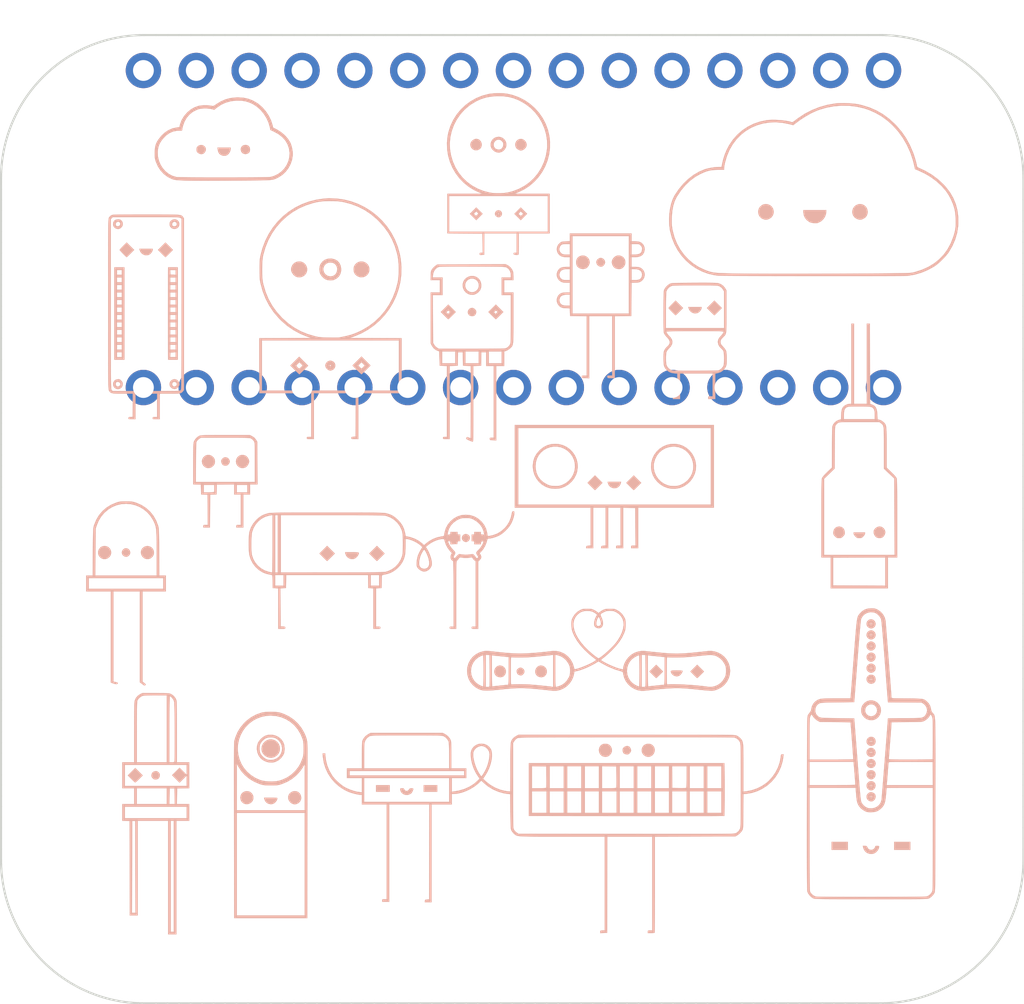
<source format=kicad_pcb>
(kicad_pcb (version 20171130) (host pcbnew 5.1.4-e60b266~84~ubuntu18.04.1)
  (title_block (rev 1))
  (layers (0 Front signal) (31 Back signal) (34 B.Paste user) (35 F.Paste user) (36 B.SilkS user) (37 F.SilkS user) (38 B.Mask user) (39 F.Mask user) (44 Edge.Cuts user))
  (net 0 "")
  (module Nano_Shield:Shield_01 (layer Back) (at 193.675 132.08 180)
    (fp_text reference Ref** hide)
    (fp_text value Val** hide)
    (fp_line (start -17.721823 23.292929) (end -17.60257 23.293679) (layer Edge.Cuts) (width 0.1))
    (fp_line (start -17.899665 23.287707) (end -17.721823 23.292929) (layer Edge.Cuts) (width 0.1))
    (fp_line (start -18.076326 23.278066) (end -17.899665 23.287707) (layer Edge.Cuts) (width 0.1))
    (fp_line (start -18.251755 23.26406) (end -18.076326 23.278066) (layer Edge.Cuts) (width 0.1))
    (fp_line (start -18.425896 23.245743) (end -18.251755 23.26406) (layer Edge.Cuts) (width 0.1))
    (fp_line (start -18.598697 23.223168) (end -18.425896 23.245743) (layer Edge.Cuts) (width 0.1))
    (fp_line (start -18.770104 23.196389) (end -18.598697 23.223168) (layer Edge.Cuts) (width 0.1))
    (fp_line (start -18.940064 23.165458) (end -18.770104 23.196389) (layer Edge.Cuts) (width 0.1))
    (fp_line (start -19.108524 23.130429) (end -18.940064 23.165458) (layer Edge.Cuts) (width 0.1))
    (fp_line (start -19.275428 23.091356) (end -19.108524 23.130429) (layer Edge.Cuts) (width 0.1))
    (fp_line (start -19.440726 23.048291) (end -19.275428 23.091356) (layer Edge.Cuts) (width 0.1))
    (fp_line (start -19.604363 23.001289) (end -19.440726 23.048291) (layer Edge.Cuts) (width 0.1))
    (fp_line (start -19.766287 22.950401) (end -19.604363 23.001289) (layer Edge.Cuts) (width 0.1))
    (fp_line (start -19.926443 22.895684) (end -19.766287 22.950401) (layer Edge.Cuts) (width 0.1))
    (fp_line (start -20.084777 22.837188) (end -19.926443 22.895684) (layer Edge.Cuts) (width 0.1))
    (fp_line (start -20.241239 22.774968) (end -20.084777 22.837188) (layer Edge.Cuts) (width 0.1))
    (fp_line (start -20.395772 22.709077) (end -20.241239 22.774968) (layer Edge.Cuts) (width 0.1))
    (fp_line (start -20.548324 22.63957) (end -20.395772 22.709077) (layer Edge.Cuts) (width 0.1))
    (fp_line (start -20.698842 22.566497) (end -20.548324 22.63957) (layer Edge.Cuts) (width 0.1))
    (fp_line (start -20.847273 22.489913) (end -20.698842 22.566497) (layer Edge.Cuts) (width 0.1))
    (fp_line (start -20.993562 22.409872) (end -20.847273 22.489913) (layer Edge.Cuts) (width 0.1))
    (fp_line (start -21.137658 22.326427) (end -20.993562 22.409872) (layer Edge.Cuts) (width 0.1))
    (fp_line (start -21.279505 22.239631) (end -21.137658 22.326427) (layer Edge.Cuts) (width 0.1))
    (fp_line (start -21.419052 22.149538) (end -21.279505 22.239631) (layer Edge.Cuts) (width 0.1))
    (fp_line (start -21.556243 22.056201) (end -21.419052 22.149538) (layer Edge.Cuts) (width 0.1))
    (fp_line (start -21.691027 21.959673) (end -21.556243 22.056201) (layer Edge.Cuts) (width 0.1))
    (fp_line (start -21.82335 21.860009) (end -21.691027 21.959673) (layer Edge.Cuts) (width 0.1))
    (fp_line (start -21.953158 21.75726) (end -21.82335 21.860009) (layer Edge.Cuts) (width 0.1))
    (fp_line (start -22.080398 21.651481) (end -21.953158 21.75726) (layer Edge.Cuts) (width 0.1))
    (fp_line (start -22.205016 21.542724) (end -22.080398 21.651481) (layer Edge.Cuts) (width 0.1))
    (fp_line (start -22.326961 21.431044) (end -22.205016 21.542724) (layer Edge.Cuts) (width 0.1))
    (fp_line (start -22.446177 21.316493) (end -22.326961 21.431044) (layer Edge.Cuts) (width 0.1))
    (fp_line (start -22.562611 21.199126) (end -22.446177 21.316493) (layer Edge.Cuts) (width 0.1))
    (fp_line (start -22.676211 21.078995) (end -22.562611 21.199126) (layer Edge.Cuts) (width 0.1))
    (fp_line (start -22.786922 20.956153) (end -22.676211 21.078995) (layer Edge.Cuts) (width 0.1))
    (fp_line (start -22.894693 20.830655) (end -22.786922 20.956153) (layer Edge.Cuts) (width 0.1))
    (fp_line (start -22.999468 20.702552) (end -22.894693 20.830655) (layer Edge.Cuts) (width 0.1))
    (fp_line (start -23.101195 20.5719) (end -22.999468 20.702552) (layer Edge.Cuts) (width 0.1))
    (fp_line (start -23.199819 20.438752) (end -23.101195 20.5719) (layer Edge.Cuts) (width 0.1))
    (fp_line (start -23.29529 20.303158) (end -23.199819 20.438752) (layer Edge.Cuts) (width 0.1))
    (fp_line (start -23.387551 20.165176) (end -23.29529 20.303158) (layer Edge.Cuts) (width 0.1))
    (fp_line (start -23.476551 20.024857) (end -23.387551 20.165176) (layer Edge.Cuts) (width 0.1))
    (fp_line (start -23.562236 19.882255) (end -23.476551 20.024857) (layer Edge.Cuts) (width 0.1))
    (fp_line (start -23.644553 19.737422) (end -23.562236 19.882255) (layer Edge.Cuts) (width 0.1))
    (fp_line (start -23.723447 19.590413) (end -23.644553 19.737422) (layer Edge.Cuts) (width 0.1))
    (fp_line (start -23.798866 19.441281) (end -23.723447 19.590413) (layer Edge.Cuts) (width 0.1))
    (fp_line (start -23.870757 19.290078) (end -23.798866 19.441281) (layer Edge.Cuts) (width 0.1))
    (fp_line (start -23.939065 19.136859) (end -23.870757 19.290078) (layer Edge.Cuts) (width 0.1))
    (fp_line (start -24.003738 18.981678) (end -23.939065 19.136859) (layer Edge.Cuts) (width 0.1))
    (fp_line (start -24.064722 18.824587) (end -24.003738 18.981678) (layer Edge.Cuts) (width 0.1))
    (fp_line (start -24.121965 18.665638) (end -24.064722 18.824587) (layer Edge.Cuts) (width 0.1))
    (fp_line (start -24.175411 18.504888) (end -24.121965 18.665638) (layer Edge.Cuts) (width 0.1))
    (fp_line (start -24.225009 18.342387) (end -24.175411 18.504888) (layer Edge.Cuts) (width 0.1))
    (fp_line (start -24.270705 18.178191) (end -24.225009 18.342387) (layer Edge.Cuts) (width 0.1))
    (fp_line (start -24.312445 18.01235) (end -24.270705 18.178191) (layer Edge.Cuts) (width 0.1))
    (fp_line (start -24.350176 17.844921) (end -24.312445 18.01235) (layer Edge.Cuts) (width 0.1))
    (fp_line (start -24.383845 17.675956) (end -24.350176 17.844921) (layer Edge.Cuts) (width 0.1))
    (fp_line (start -24.413398 17.505508) (end -24.383845 17.675956) (layer Edge.Cuts) (width 0.1))
    (fp_line (start -24.438782 17.333631) (end -24.413398 17.505508) (layer Edge.Cuts) (width 0.1))
    (fp_line (start -24.459944 17.160377) (end -24.438782 17.333631) (layer Edge.Cuts) (width 0.1))
    (fp_line (start -24.476829 16.985801) (end -24.459944 17.160377) (layer Edge.Cuts) (width 0.1))
    (fp_line (start -24.489386 16.809955) (end -24.476829 16.985801) (layer Edge.Cuts) (width 0.1))
    (fp_line (start -24.49756 16.632893) (end -24.489386 16.809955) (layer Edge.Cuts) (width 0.1))
    (fp_line (start -24.501298 16.45467) (end -24.49756 16.632893) (layer Edge.Cuts) (width 0.1))
    (fp_line (start -24.501298 16.394952) (end -24.501298 16.45467) (layer Edge.Cuts) (width 0.1))
    (fp_line (start -24.501298 15.883262) (end -24.501298 16.394952) (layer Edge.Cuts) (width 0.1))
    (fp_line (start -24.501298 15.371572) (end -24.501298 15.883262) (layer Edge.Cuts) (width 0.1))
    (fp_line (start -24.501298 14.859882) (end -24.501298 15.371572) (layer Edge.Cuts) (width 0.1))
    (fp_line (start -24.501298 14.348192) (end -24.501298 14.859882) (layer Edge.Cuts) (width 0.1))
    (fp_line (start -24.501298 13.836501) (end -24.501298 14.348192) (layer Edge.Cuts) (width 0.1))
    (fp_line (start -24.501298 13.324811) (end -24.501298 13.836501) (layer Edge.Cuts) (width 0.1))
    (fp_line (start -24.501298 12.81312) (end -24.501298 13.324811) (layer Edge.Cuts) (width 0.1))
    (fp_line (start -24.501298 12.30143) (end -24.501298 12.81312) (layer Edge.Cuts) (width 0.1))
    (fp_line (start -24.501298 11.78974) (end -24.501298 12.30143) (layer Edge.Cuts) (width 0.1))
    (fp_line (start -24.501298 11.27805) (end -24.501298 11.78974) (layer Edge.Cuts) (width 0.1))
    (fp_line (start -24.501298 10.76636) (end -24.501298 11.27805) (layer Edge.Cuts) (width 0.1))
    (fp_line (start -24.501298 10.25467) (end -24.501298 10.76636) (layer Edge.Cuts) (width 0.1))
    (fp_line (start -24.501298 9.74298) (end -24.501298 10.25467) (layer Edge.Cuts) (width 0.1))
    (fp_line (start -24.501298 9.231289) (end -24.501298 9.74298) (layer Edge.Cuts) (width 0.1))
    (fp_line (start -24.501298 8.719599) (end -24.501298 9.231289) (layer Edge.Cuts) (width 0.1))
    (fp_line (start -24.501298 8.207909) (end -24.501298 8.719599) (layer Edge.Cuts) (width 0.1))
    (fp_line (start -24.501298 7.696219) (end -24.501298 8.207909) (layer Edge.Cuts) (width 0.1))
    (fp_line (start -24.501298 7.184529) (end -24.501298 7.696219) (layer Edge.Cuts) (width 0.1))
    (fp_line (start -24.501298 6.672839) (end -24.501298 7.184529) (layer Edge.Cuts) (width 0.1))
    (fp_line (start -24.501298 6.161149) (end -24.501298 6.672839) (layer Edge.Cuts) (width 0.1))
    (fp_line (start -24.501298 5.649458) (end -24.501298 6.161149) (layer Edge.Cuts) (width 0.1))
    (fp_line (start -24.501298 5.137768) (end -24.501298 5.649458) (layer Edge.Cuts) (width 0.1))
    (fp_line (start -24.501298 4.626078) (end -24.501298 5.137768) (layer Edge.Cuts) (width 0.1))
    (fp_line (start -24.501298 4.114388) (end -24.501298 4.626078) (layer Edge.Cuts) (width 0.1))
    (fp_line (start -24.501298 3.602698) (end -24.501298 4.114388) (layer Edge.Cuts) (width 0.1))
    (fp_line (start -24.501298 3.091008) (end -24.501298 3.602698) (layer Edge.Cuts) (width 0.1))
    (fp_line (start -24.501298 2.579317) (end -24.501298 3.091008) (layer Edge.Cuts) (width 0.1))
    (fp_line (start -24.501298 2.067627) (end -24.501298 2.579317) (layer Edge.Cuts) (width 0.1))
    (fp_line (start -24.501298 1.555937) (end -24.501298 2.067627) (layer Edge.Cuts) (width 0.1))
    (fp_line (start -24.501298 1.044247) (end -24.501298 1.555937) (layer Edge.Cuts) (width 0.1))
    (fp_line (start -24.501298 0.532557) (end -24.501298 1.044247) (layer Edge.Cuts) (width 0.1))
    (fp_line (start -24.501298 0.020867) (end -24.501298 0.532557) (layer Edge.Cuts) (width 0.1))
    (fp_line (start -24.501298 -0.490823) (end -24.501298 0.020867) (layer Edge.Cuts) (width 0.1))
    (fp_line (start -24.501298 -1.002514) (end -24.501298 -0.490823) (layer Edge.Cuts) (width 0.1))
    (fp_line (start -24.501298 -1.514204) (end -24.501298 -1.002514) (layer Edge.Cuts) (width 0.1))
    (fp_line (start -24.501298 -2.025894) (end -24.501298 -1.514204) (layer Edge.Cuts) (width 0.1))
    (fp_line (start -24.501298 -2.537584) (end -24.501298 -2.025894) (layer Edge.Cuts) (width 0.1))
    (fp_line (start -24.501298 -3.049274) (end -24.501298 -2.537584) (layer Edge.Cuts) (width 0.1))
    (fp_line (start -24.501298 -3.560964) (end -24.501298 -3.049274) (layer Edge.Cuts) (width 0.1))
    (fp_line (start -24.501298 -4.072654) (end -24.501298 -3.560964) (layer Edge.Cuts) (width 0.1))
    (fp_line (start -24.501298 -4.584345) (end -24.501298 -4.072654) (layer Edge.Cuts) (width 0.1))
    (fp_line (start -24.501298 -5.096035) (end -24.501298 -4.584345) (layer Edge.Cuts) (width 0.1))
    (fp_line (start -24.501298 -5.607725) (end -24.501298 -5.096035) (layer Edge.Cuts) (width 0.1))
    (fp_line (start -24.501298 -6.119415) (end -24.501298 -5.607725) (layer Edge.Cuts) (width 0.1))
    (fp_line (start -24.501298 -6.631105) (end -24.501298 -6.119415) (layer Edge.Cuts) (width 0.1))
    (fp_line (start -24.501298 -7.142795) (end -24.501298 -6.631105) (layer Edge.Cuts) (width 0.1))
    (fp_line (start -24.501298 -7.654485) (end -24.501298 -7.142795) (layer Edge.Cuts) (width 0.1))
    (fp_line (start -24.501298 -8.166176) (end -24.501298 -7.654485) (layer Edge.Cuts) (width 0.1))
    (fp_line (start -24.501298 -8.677866) (end -24.501298 -8.166176) (layer Edge.Cuts) (width 0.1))
    (fp_line (start -24.501298 -9.189556) (end -24.501298 -8.677866) (layer Edge.Cuts) (width 0.1))
    (fp_line (start -24.501298 -9.701246) (end -24.501298 -9.189556) (layer Edge.Cuts) (width 0.1))
    (fp_line (start -24.501298 -10.212936) (end -24.501298 -9.701246) (layer Edge.Cuts) (width 0.1))
    (fp_line (start -24.501298 -10.724626) (end -24.501298 -10.212936) (layer Edge.Cuts) (width 0.1))
    (fp_line (start -24.501298 -11.236317) (end -24.501298 -10.724626) (layer Edge.Cuts) (width 0.1))
    (fp_line (start -24.501298 -11.748007) (end -24.501298 -11.236317) (layer Edge.Cuts) (width 0.1))
    (fp_line (start -24.501298 -12.259697) (end -24.501298 -11.748007) (layer Edge.Cuts) (width 0.1))
    (fp_line (start -24.501298 -12.771387) (end -24.501298 -12.259697) (layer Edge.Cuts) (width 0.1))
    (fp_line (start -24.501298 -13.283077) (end -24.501298 -12.771387) (layer Edge.Cuts) (width 0.1))
    (fp_line (start -24.501298 -13.794767) (end -24.501298 -13.283077) (layer Edge.Cuts) (width 0.1))
    (fp_line (start -24.501298 -14.306457) (end -24.501298 -13.794767) (layer Edge.Cuts) (width 0.1))
    (fp_line (start -24.501298 -14.818148) (end -24.501298 -14.306457) (layer Edge.Cuts) (width 0.1))
    (fp_line (start -24.501298 -15.329838) (end -24.501298 -14.818148) (layer Edge.Cuts) (width 0.1))
    (fp_line (start -24.501298 -15.841528) (end -24.501298 -15.329838) (layer Edge.Cuts) (width 0.1))
    (fp_line (start -24.500546 -16.472465) (end -24.501298 -15.841528) (layer Edge.Cuts) (width 0.1))
    (fp_line (start -24.495324 -16.650317) (end -24.500546 -16.472465) (layer Edge.Cuts) (width 0.1))
    (fp_line (start -24.485683 -16.826971) (end -24.495324 -16.650317) (layer Edge.Cuts) (width 0.1))
    (fp_line (start -24.471678 -17.002403) (end -24.485683 -16.826971) (layer Edge.Cuts) (width 0.1))
    (fp_line (start -24.45336 -17.17654) (end -24.471678 -17.002403) (layer Edge.Cuts) (width 0.1))
    (fp_line (start -24.430786 -17.349349) (end -24.45336 -17.17654) (layer Edge.Cuts) (width 0.1))
    (fp_line (start -24.404006 -17.520747) (end -24.430786 -17.349349) (layer Edge.Cuts) (width 0.1))
    (fp_line (start -24.373075 -17.69071) (end -24.404006 -17.520747) (layer Edge.Cuts) (width 0.1))
    (fp_line (start -24.338046 -17.859174) (end -24.373075 -17.69071) (layer Edge.Cuts) (width 0.1))
    (fp_line (start -24.298973 -18.026076) (end -24.338046 -17.859174) (layer Edge.Cuts) (width 0.1))
    (fp_line (start -24.255909 -18.191374) (end -24.298973 -18.026076) (layer Edge.Cuts) (width 0.1))
    (fp_line (start -24.208906 -18.355013) (end -24.255909 -18.191374) (layer Edge.Cuts) (width 0.1))
    (fp_line (start -24.15802 -18.51693) (end -24.208906 -18.355013) (layer Edge.Cuts) (width 0.1))
    (fp_line (start -24.103302 -18.677091) (end -24.15802 -18.51693) (layer Edge.Cuts) (width 0.1))
    (fp_line (start -24.044806 -18.835425) (end -24.103302 -18.677091) (layer Edge.Cuts) (width 0.1))
    (fp_line (start -23.982587 -18.991886) (end -24.044806 -18.835425) (layer Edge.Cuts) (width 0.1))
    (fp_line (start -23.916696 -19.146422) (end -23.982587 -18.991886) (layer Edge.Cuts) (width 0.1))
    (fp_line (start -23.847187 -19.298969) (end -23.916696 -19.146422) (layer Edge.Cuts) (width 0.1))
    (fp_line (start -23.774115 -19.449495) (end -23.847187 -19.298969) (layer Edge.Cuts) (width 0.1))
    (fp_line (start -23.697531 -19.597924) (end -23.774115 -19.449495) (layer Edge.Cuts) (width 0.1))
    (fp_line (start -23.61749 -19.744215) (end -23.697531 -19.597924) (layer Edge.Cuts) (width 0.1))
    (fp_line (start -23.534045 -19.888304) (end -23.61749 -19.744215) (layer Edge.Cuts) (width 0.1))
    (fp_line (start -23.447249 -20.030158) (end -23.534045 -19.888304) (layer Edge.Cuts) (width 0.1))
    (fp_line (start -23.357156 -20.169702) (end -23.447249 -20.030158) (layer Edge.Cuts) (width 0.1))
    (fp_line (start -23.263819 -20.306894) (end -23.357156 -20.169702) (layer Edge.Cuts) (width 0.1))
    (fp_line (start -23.167291 -20.441671) (end -23.263819 -20.306894) (layer Edge.Cuts) (width 0.1))
    (fp_line (start -23.067626 -20.573998) (end -23.167291 -20.441671) (layer Edge.Cuts) (width 0.1))
    (fp_line (start -22.964877 -20.703803) (end -23.067626 -20.573998) (layer Edge.Cuts) (width 0.1))
    (fp_line (start -22.859098 -20.831042) (end -22.964877 -20.703803) (layer Edge.Cuts) (width 0.1))
    (fp_line (start -22.750341 -20.955663) (end -22.859098 -20.831042) (layer Edge.Cuts) (width 0.1))
    (fp_line (start -22.638661 -21.07761) (end -22.750341 -20.955663) (layer Edge.Cuts) (width 0.1))
    (fp_line (start -22.524111 -21.196822) (end -22.638661 -21.07761) (layer Edge.Cuts) (width 0.1))
    (fp_line (start -22.406743 -21.313265) (end -22.524111 -21.196822) (layer Edge.Cuts) (width 0.1))
    (fp_line (start -22.286612 -21.426855) (end -22.406743 -21.313265) (layer Edge.Cuts) (width 0.1))
    (fp_line (start -22.16377 -21.537569) (end -22.286612 -21.426855) (layer Edge.Cuts) (width 0.1))
    (fp_line (start -22.038272 -21.645343) (end -22.16377 -21.537569) (layer Edge.Cuts) (width 0.1))
    (fp_line (start -21.91017 -21.750115) (end -22.038272 -21.645343) (layer Edge.Cuts) (width 0.1))
    (fp_line (start -21.779517 -21.851841) (end -21.91017 -21.750115) (layer Edge.Cuts) (width 0.1))
    (fp_line (start -21.646369 -21.950471) (end -21.779517 -21.851841) (layer Edge.Cuts) (width 0.1))
    (fp_line (start -21.510776 -22.045941) (end -21.646369 -21.950471) (layer Edge.Cuts) (width 0.1))
    (fp_line (start -21.372793 -22.138201) (end -21.510776 -22.045941) (layer Edge.Cuts) (width 0.1))
    (fp_line (start -21.232474 -22.227201) (end -21.372793 -22.138201) (layer Edge.Cuts) (width 0.1))
    (fp_line (start -21.089872 -22.312891) (end -21.232474 -22.227201) (layer Edge.Cuts) (width 0.1))
    (fp_line (start -20.945039 -22.395211) (end -21.089872 -22.312891) (layer Edge.Cuts) (width 0.1))
    (fp_line (start -20.79803 -22.474111) (end -20.945039 -22.395211) (layer Edge.Cuts) (width 0.1))
    (fp_line (start -20.648898 -22.549531) (end -20.79803 -22.474111) (layer Edge.Cuts) (width 0.1))
    (fp_line (start -20.497696 -22.621421) (end -20.648898 -22.549531) (layer Edge.Cuts) (width 0.1))
    (fp_line (start -20.344477 -22.689731) (end -20.497696 -22.621421) (layer Edge.Cuts) (width 0.1))
    (fp_line (start -20.189296 -22.754411) (end -20.344477 -22.689731) (layer Edge.Cuts) (width 0.1))
    (fp_line (start -20.032204 -22.815391) (end -20.189296 -22.754411) (layer Edge.Cuts) (width 0.1))
    (fp_line (start -19.873255 -22.872631) (end -20.032204 -22.815391) (layer Edge.Cuts) (width 0.1))
    (fp_line (start -19.712505 -22.926081) (end -19.873255 -22.872631) (layer Edge.Cuts) (width 0.1))
    (fp_line (start -19.550004 -22.975681) (end -19.712505 -22.926081) (layer Edge.Cuts) (width 0.1))
    (fp_line (start -19.385808 -23.021381) (end -19.550004 -22.975681) (layer Edge.Cuts) (width 0.1))
    (fp_line (start -19.219968 -23.063121) (end -19.385808 -23.021381) (layer Edge.Cuts) (width 0.1))
    (fp_line (start -19.052538 -23.100851) (end -19.219968 -23.063121) (layer Edge.Cuts) (width 0.1))
    (fp_line (start -18.883574 -23.134521) (end -19.052538 -23.100851) (layer Edge.Cuts) (width 0.1))
    (fp_line (start -18.713125 -23.164071) (end -18.883574 -23.134521) (layer Edge.Cuts) (width 0.1))
    (fp_line (start -18.541248 -23.189451) (end -18.713125 -23.164071) (layer Edge.Cuts) (width 0.1))
    (fp_line (start -18.367995 -23.210591) (end -18.541248 -23.189451) (layer Edge.Cuts) (width 0.1))
    (fp_line (start -18.193418 -23.227531) (end -18.367995 -23.210591) (layer Edge.Cuts) (width 0.1))
    (fp_line (start -18.017573 -23.240031) (end -18.193418 -23.227531) (layer Edge.Cuts) (width 0.1))
    (fp_line (start -17.840511 -23.248231) (end -18.017573 -23.240031) (layer Edge.Cuts) (width 0.1))
    (fp_line (start -17.662287 -23.251931) (end -17.840511 -23.248231) (layer Edge.Cuts) (width 0.1))
    (fp_line (start -17.60257 -23.251931) (end -17.662287 -23.251931) (layer Edge.Cuts) (width 0.1))
    (fp_line (start -17.05062 -23.251931) (end -17.60257 -23.251931) (layer Edge.Cuts) (width 0.1))
    (fp_line (start -16.49867 -23.251931) (end -17.05062 -23.251931) (layer Edge.Cuts) (width 0.1))
    (fp_line (start -15.94672 -23.251931) (end -16.49867 -23.251931) (layer Edge.Cuts) (width 0.1))
    (fp_line (start -15.39477 -23.251931) (end -15.94672 -23.251931) (layer Edge.Cuts) (width 0.1))
    (fp_line (start -14.842819 -23.251931) (end -15.39477 -23.251931) (layer Edge.Cuts) (width 0.1))
    (fp_line (start -14.290869 -23.251931) (end -14.842819 -23.251931) (layer Edge.Cuts) (width 0.1))
    (fp_line (start -13.738919 -23.251931) (end -14.290869 -23.251931) (layer Edge.Cuts) (width 0.1))
    (fp_line (start -13.186969 -23.251931) (end -13.738919 -23.251931) (layer Edge.Cuts) (width 0.1))
    (fp_line (start -12.635019 -23.251931) (end -13.186969 -23.251931) (layer Edge.Cuts) (width 0.1))
    (fp_line (start -12.083069 -23.251931) (end -12.635019 -23.251931) (layer Edge.Cuts) (width 0.1))
    (fp_line (start -11.531119 -23.251931) (end -12.083069 -23.251931) (layer Edge.Cuts) (width 0.1))
    (fp_line (start -10.979169 -23.251931) (end -11.531119 -23.251931) (layer Edge.Cuts) (width 0.1))
    (fp_line (start -10.427218 -23.251931) (end -10.979169 -23.251931) (layer Edge.Cuts) (width 0.1))
    (fp_line (start -9.875268 -23.251931) (end -10.427218 -23.251931) (layer Edge.Cuts) (width 0.1))
    (fp_line (start -9.323318 -23.251931) (end -9.875268 -23.251931) (layer Edge.Cuts) (width 0.1))
    (fp_line (start -8.771368 -23.251931) (end -9.323318 -23.251931) (layer Edge.Cuts) (width 0.1))
    (fp_line (start -8.219418 -23.251931) (end -8.771368 -23.251931) (layer Edge.Cuts) (width 0.1))
    (fp_line (start -7.667468 -23.251931) (end -8.219418 -23.251931) (layer Edge.Cuts) (width 0.1))
    (fp_line (start -7.115518 -23.251931) (end -7.667468 -23.251931) (layer Edge.Cuts) (width 0.1))
    (fp_line (start -6.563568 -23.251931) (end -7.115518 -23.251931) (layer Edge.Cuts) (width 0.1))
    (fp_line (start -6.011618 -23.251931) (end -6.563568 -23.251931) (layer Edge.Cuts) (width 0.1))
    (fp_line (start -5.459668 -23.251931) (end -6.011618 -23.251931) (layer Edge.Cuts) (width 0.1))
    (fp_line (start -4.907717 -23.251931) (end -5.459668 -23.251931) (layer Edge.Cuts) (width 0.1))
    (fp_line (start -4.355767 -23.251931) (end -4.907717 -23.251931) (layer Edge.Cuts) (width 0.1))
    (fp_line (start -3.803817 -23.251931) (end -4.355767 -23.251931) (layer Edge.Cuts) (width 0.1))
    (fp_line (start -3.251867 -23.251931) (end -3.803817 -23.251931) (layer Edge.Cuts) (width 0.1))
    (fp_line (start -2.699917 -23.251931) (end -3.251867 -23.251931) (layer Edge.Cuts) (width 0.1))
    (fp_line (start -2.147967 -23.251931) (end -2.699917 -23.251931) (layer Edge.Cuts) (width 0.1))
    (fp_line (start -1.596017 -23.251931) (end -2.147967 -23.251931) (layer Edge.Cuts) (width 0.1))
    (fp_line (start -1.044067 -23.251931) (end -1.596017 -23.251931) (layer Edge.Cuts) (width 0.1))
    (fp_line (start -0.492117 -23.251931) (end -1.044067 -23.251931) (layer Edge.Cuts) (width 0.1))
    (fp_line (start 0.059834 -23.251931) (end -0.492117 -23.251931) (layer Edge.Cuts) (width 0.1))
    (fp_line (start 0.611784 -23.251931) (end 0.059834 -23.251931) (layer Edge.Cuts) (width 0.1))
    (fp_line (start 1.163734 -23.251931) (end 0.611784 -23.251931) (layer Edge.Cuts) (width 0.1))
    (fp_line (start 1.715684 -23.251931) (end 1.163734 -23.251931) (layer Edge.Cuts) (width 0.1))
    (fp_line (start 2.267634 -23.251931) (end 1.715684 -23.251931) (layer Edge.Cuts) (width 0.1))
    (fp_line (start 2.819584 -23.251931) (end 2.267634 -23.251931) (layer Edge.Cuts) (width 0.1))
    (fp_line (start 3.371534 -23.251931) (end 2.819584 -23.251931) (layer Edge.Cuts) (width 0.1))
    (fp_line (start 3.923484 -23.251931) (end 3.371534 -23.251931) (layer Edge.Cuts) (width 0.1))
    (fp_line (start 4.475434 -23.251931) (end 3.923484 -23.251931) (layer Edge.Cuts) (width 0.1))
    (fp_line (start 5.027385 -23.251931) (end 4.475434 -23.251931) (layer Edge.Cuts) (width 0.1))
    (fp_line (start 5.579335 -23.251931) (end 5.027385 -23.251931) (layer Edge.Cuts) (width 0.1))
    (fp_line (start 6.131285 -23.251931) (end 5.579335 -23.251931) (layer Edge.Cuts) (width 0.1))
    (fp_line (start 6.683235 -23.251931) (end 6.131285 -23.251931) (layer Edge.Cuts) (width 0.1))
    (fp_line (start 7.235185 -23.251931) (end 6.683235 -23.251931) (layer Edge.Cuts) (width 0.1))
    (fp_line (start 7.787135 -23.251931) (end 7.235185 -23.251931) (layer Edge.Cuts) (width 0.1))
    (fp_line (start 8.339085 -23.251931) (end 7.787135 -23.251931) (layer Edge.Cuts) (width 0.1))
    (fp_line (start 8.891035 -23.251931) (end 8.339085 -23.251931) (layer Edge.Cuts) (width 0.1))
    (fp_line (start 9.442985 -23.251931) (end 8.891035 -23.251931) (layer Edge.Cuts) (width 0.1))
    (fp_line (start 9.994935 -23.251931) (end 9.442985 -23.251931) (layer Edge.Cuts) (width 0.1))
    (fp_line (start 10.546886 -23.251931) (end 9.994935 -23.251931) (layer Edge.Cuts) (width 0.1))
    (fp_line (start 11.098836 -23.251931) (end 10.546886 -23.251931) (layer Edge.Cuts) (width 0.1))
    (fp_line (start 11.650786 -23.251931) (end 11.098836 -23.251931) (layer Edge.Cuts) (width 0.1))
    (fp_line (start 12.202736 -23.251931) (end 11.650786 -23.251931) (layer Edge.Cuts) (width 0.1))
    (fp_line (start 12.754686 -23.251931) (end 12.202736 -23.251931) (layer Edge.Cuts) (width 0.1))
    (fp_line (start 13.306636 -23.251931) (end 12.754686 -23.251931) (layer Edge.Cuts) (width 0.1))
    (fp_line (start 13.858586 -23.251931) (end 13.306636 -23.251931) (layer Edge.Cuts) (width 0.1))
    (fp_line (start 14.410536 -23.251931) (end 13.858586 -23.251931) (layer Edge.Cuts) (width 0.1))
    (fp_line (start 14.962486 -23.251931) (end 14.410536 -23.251931) (layer Edge.Cuts) (width 0.1))
    (fp_line (start 15.514437 -23.251931) (end 14.962486 -23.251931) (layer Edge.Cuts) (width 0.1))
    (fp_line (start 16.066387 -23.251931) (end 15.514437 -23.251931) (layer Edge.Cuts) (width 0.1))
    (fp_line (start 16.618337 -23.251931) (end 16.066387 -23.251931) (layer Edge.Cuts) (width 0.1))
    (fp_line (start 17.170287 -23.251931) (end 16.618337 -23.251931) (layer Edge.Cuts) (width 0.1))
    (fp_line (start 17.841484 -23.251231) (end 17.170287 -23.251931) (layer Edge.Cuts) (width 0.1))
    (fp_line (start 18.019336 -23.246031) (end 17.841484 -23.251231) (layer Edge.Cuts) (width 0.1))
    (fp_line (start 18.19599 -23.236331) (end 18.019336 -23.246031) (layer Edge.Cuts) (width 0.1))
    (fp_line (start 18.371422 -23.222391) (end 18.19599 -23.236331) (layer Edge.Cuts) (width 0.1))
    (fp_line (start 18.545559 -23.204051) (end 18.371422 -23.222391) (layer Edge.Cuts) (width 0.1))
    (fp_line (start 18.718368 -23.181471) (end 18.545559 -23.204051) (layer Edge.Cuts) (width 0.1))
    (fp_line (start 18.889776 -23.154681) (end 18.718368 -23.181471) (layer Edge.Cuts) (width 0.1))
    (fp_line (start 19.059729 -23.123751) (end 18.889776 -23.154681) (layer Edge.Cuts) (width 0.1))
    (fp_line (start 19.228193 -23.088721) (end 19.059729 -23.123751) (layer Edge.Cuts) (width 0.1))
    (fp_line (start 19.395095 -23.049641) (end 19.228193 -23.088721) (layer Edge.Cuts) (width 0.1))
    (fp_line (start 19.560393 -23.006581) (end 19.395095 -23.049641) (layer Edge.Cuts) (width 0.1))
    (fp_line (start 19.724032 -22.959581) (end 19.560393 -23.006581) (layer Edge.Cuts) (width 0.1))
    (fp_line (start 19.885949 -22.908691) (end 19.724032 -22.959581) (layer Edge.Cuts) (width 0.1))
    (fp_line (start 20.04611 -22.853971) (end 19.885949 -22.908691) (layer Edge.Cuts) (width 0.1))
    (fp_line (start 20.204444 -22.795471) (end 20.04611 -22.853971) (layer Edge.Cuts) (width 0.1))
    (fp_line (start 20.360905 -22.733251) (end 20.204444 -22.795471) (layer Edge.Cuts) (width 0.1))
    (fp_line (start 20.515441 -22.667361) (end 20.360905 -22.733251) (layer Edge.Cuts) (width 0.1))
    (fp_line (start 20.667988 -22.597851) (end 20.515441 -22.667361) (layer Edge.Cuts) (width 0.1))
    (fp_line (start 20.818514 -22.524771) (end 20.667988 -22.597851) (layer Edge.Cuts) (width 0.1))
    (fp_line (start 20.966943 -22.448191) (end 20.818514 -22.524771) (layer Edge.Cuts) (width 0.1))
    (fp_line (start 21.113234 -22.368151) (end 20.966943 -22.448191) (layer Edge.Cuts) (width 0.1))
    (fp_line (start 21.257323 -22.284701) (end 21.113234 -22.368151) (layer Edge.Cuts) (width 0.1))
    (fp_line (start 21.399177 -22.197901) (end 21.257323 -22.284701) (layer Edge.Cuts) (width 0.1))
    (fp_line (start 21.538721 -22.107801) (end 21.399177 -22.197901) (layer Edge.Cuts) (width 0.1))
    (fp_line (start 21.675913 -22.014471) (end 21.538721 -22.107801) (layer Edge.Cuts) (width 0.1))
    (fp_line (start 21.81069 -21.917941) (end 21.675913 -22.014471) (layer Edge.Cuts) (width 0.1))
    (fp_line (start 21.943017 -21.818275) (end 21.81069 -21.917941) (layer Edge.Cuts) (width 0.1))
    (fp_line (start 22.072822 -21.715523) (end 21.943017 -21.818275) (layer Edge.Cuts) (width 0.1))
    (fp_line (start 22.200061 -21.609749) (end 22.072822 -21.715523) (layer Edge.Cuts) (width 0.1))
    (fp_line (start 22.324682 -21.500985) (end 22.200061 -21.609749) (layer Edge.Cuts) (width 0.1))
    (fp_line (start 22.446629 -21.389305) (end 22.324682 -21.500985) (layer Edge.Cuts) (width 0.1))
    (fp_line (start 22.565841 -21.274762) (end 22.446629 -21.389305) (layer Edge.Cuts) (width 0.1))
    (fp_line (start 22.682284 -21.15739) (end 22.565841 -21.274762) (layer Edge.Cuts) (width 0.1))
    (fp_line (start 22.795874 -21.037263) (end 22.682284 -21.15739) (layer Edge.Cuts) (width 0.1))
    (fp_line (start 22.906588 -20.914422) (end 22.795874 -21.037263) (layer Edge.Cuts) (width 0.1))
    (fp_line (start 23.014362 -20.788923) (end 22.906588 -20.914422) (layer Edge.Cuts) (width 0.1))
    (fp_line (start 23.119134 -20.660818) (end 23.014362 -20.788923) (layer Edge.Cuts) (width 0.1))
    (fp_line (start 23.22086 -20.530161) (end 23.119134 -20.660818) (layer Edge.Cuts) (width 0.1))
    (fp_line (start 23.31949 -20.397014) (end 23.22086 -20.530161) (layer Edge.Cuts) (width 0.1))
    (fp_line (start 23.41496 -20.261422) (end 23.31949 -20.397014) (layer Edge.Cuts) (width 0.1))
    (fp_line (start 23.50722 -20.123438) (end 23.41496 -20.261422) (layer Edge.Cuts) (width 0.1))
    (fp_line (start 23.59622 -19.983124) (end 23.50722 -20.123438) (layer Edge.Cuts) (width 0.1))
    (fp_line (start 23.6819 -19.840525) (end 23.59622 -19.983124) (layer Edge.Cuts) (width 0.1))
    (fp_line (start 23.76422 -19.695684) (end 23.6819 -19.840525) (layer Edge.Cuts) (width 0.1))
    (fp_line (start 23.84312 -19.548675) (end 23.76422 -19.695684) (layer Edge.Cuts) (width 0.1))
    (fp_line (start 23.91854 -19.399549) (end 23.84312 -19.548675) (layer Edge.Cuts) (width 0.1))
    (fp_line (start 23.99043 -19.248342) (end 23.91854 -19.399549) (layer Edge.Cuts) (width 0.1))
    (fp_line (start 24.05874 -19.095126) (end 23.99043 -19.248342) (layer Edge.Cuts) (width 0.1))
    (fp_line (start 24.12342 -18.939945) (end 24.05874 -19.095126) (layer Edge.Cuts) (width 0.1))
    (fp_line (start 24.1844 -18.782851) (end 24.12342 -18.939945) (layer Edge.Cuts) (width 0.1))
    (fp_line (start 24.24164 -18.6239) (end 24.1844 -18.782851) (layer Edge.Cuts) (width 0.1))
    (fp_line (start 24.29509 -18.463153) (end 24.24164 -18.6239) (layer Edge.Cuts) (width 0.1))
    (fp_line (start 24.34469 -18.300654) (end 24.29509 -18.463153) (layer Edge.Cuts) (width 0.1))
    (fp_line (start 24.39039 -18.136456) (end 24.34469 -18.300654) (layer Edge.Cuts) (width 0.1))
    (fp_line (start 24.43213 -17.970614) (end 24.39039 -18.136456) (layer Edge.Cuts) (width 0.1))
    (fp_line (start 24.46986 -17.80319) (end 24.43213 -17.970614) (layer Edge.Cuts) (width 0.1))
    (fp_line (start 24.50353 -17.634217) (end 24.46986 -17.80319) (layer Edge.Cuts) (width 0.1))
    (fp_line (start 24.53308 -17.463779) (end 24.50353 -17.634217) (layer Edge.Cuts) (width 0.1))
    (fp_line (start 24.55846 -17.2919) (end 24.53308 -17.463779) (layer Edge.Cuts) (width 0.1))
    (fp_line (start 24.5796 -17.118643) (end 24.55846 -17.2919) (layer Edge.Cuts) (width 0.1))
    (fp_line (start 24.59654 -16.944071) (end 24.5796 -17.118643) (layer Edge.Cuts) (width 0.1))
    (fp_line (start 24.60904 -16.768217) (end 24.59654 -16.944071) (layer Edge.Cuts) (width 0.1))
    (fp_line (start 24.61724 -16.591155) (end 24.60904 -16.768217) (layer Edge.Cuts) (width 0.1))
    (fp_line (start 24.62094 -16.412938) (end 24.61724 -16.591155) (layer Edge.Cuts) (width 0.1))
    (fp_line (start 24.62094 -16.353218) (end 24.62094 -16.412938) (layer Edge.Cuts) (width 0.1))
    (fp_line (start 24.62094 -15.841528) (end 24.62094 -16.353218) (layer Edge.Cuts) (width 0.1))
    (fp_line (start 24.62094 -15.329838) (end 24.62094 -15.841528) (layer Edge.Cuts) (width 0.1))
    (fp_line (start 24.62094 -14.818148) (end 24.62094 -15.329838) (layer Edge.Cuts) (width 0.1))
    (fp_line (start 24.62094 -14.306457) (end 24.62094 -14.818148) (layer Edge.Cuts) (width 0.1))
    (fp_line (start 24.62094 -13.794767) (end 24.62094 -14.306457) (layer Edge.Cuts) (width 0.1))
    (fp_line (start 24.62094 -13.283077) (end 24.62094 -13.794767) (layer Edge.Cuts) (width 0.1))
    (fp_line (start 24.62094 -12.771387) (end 24.62094 -13.283077) (layer Edge.Cuts) (width 0.1))
    (fp_line (start 24.62094 -12.259697) (end 24.62094 -12.771387) (layer Edge.Cuts) (width 0.1))
    (fp_line (start 24.62094 -11.748007) (end 24.62094 -12.259697) (layer Edge.Cuts) (width 0.1))
    (fp_line (start 24.62094 -11.236317) (end 24.62094 -11.748007) (layer Edge.Cuts) (width 0.1))
    (fp_line (start 24.62094 -10.724626) (end 24.62094 -11.236317) (layer Edge.Cuts) (width 0.1))
    (fp_line (start 24.62094 -10.212936) (end 24.62094 -10.724626) (layer Edge.Cuts) (width 0.1))
    (fp_line (start 24.62094 -9.701246) (end 24.62094 -10.212936) (layer Edge.Cuts) (width 0.1))
    (fp_line (start 24.62094 -9.189556) (end 24.62094 -9.701246) (layer Edge.Cuts) (width 0.1))
    (fp_line (start 24.62094 -8.677866) (end 24.62094 -9.189556) (layer Edge.Cuts) (width 0.1))
    (fp_line (start 24.62094 -8.166176) (end 24.62094 -8.677866) (layer Edge.Cuts) (width 0.1))
    (fp_line (start 24.62094 -7.654485) (end 24.62094 -8.166176) (layer Edge.Cuts) (width 0.1))
    (fp_line (start 24.62094 -7.142795) (end 24.62094 -7.654485) (layer Edge.Cuts) (width 0.1))
    (fp_line (start 24.62094 -6.631105) (end 24.62094 -7.142795) (layer Edge.Cuts) (width 0.1))
    (fp_line (start 24.62094 -6.119415) (end 24.62094 -6.631105) (layer Edge.Cuts) (width 0.1))
    (fp_line (start 24.62094 -5.607725) (end 24.62094 -6.119415) (layer Edge.Cuts) (width 0.1))
    (fp_line (start 24.62094 -5.096035) (end 24.62094 -5.607725) (layer Edge.Cuts) (width 0.1))
    (fp_line (start 24.62094 -4.584345) (end 24.62094 -5.096035) (layer Edge.Cuts) (width 0.1))
    (fp_line (start 24.62094 -4.072654) (end 24.62094 -4.584345) (layer Edge.Cuts) (width 0.1))
    (fp_line (start 24.62094 -3.560964) (end 24.62094 -4.072654) (layer Edge.Cuts) (width 0.1))
    (fp_line (start 24.62094 -3.049274) (end 24.62094 -3.560964) (layer Edge.Cuts) (width 0.1))
    (fp_line (start 24.62094 -2.537584) (end 24.62094 -3.049274) (layer Edge.Cuts) (width 0.1))
    (fp_line (start 24.62094 -2.025894) (end 24.62094 -2.537584) (layer Edge.Cuts) (width 0.1))
    (fp_line (start 24.62094 -1.514204) (end 24.62094 -2.025894) (layer Edge.Cuts) (width 0.1))
    (fp_line (start 24.62094 -1.002514) (end 24.62094 -1.514204) (layer Edge.Cuts) (width 0.1))
    (fp_line (start 24.62094 -0.490823) (end 24.62094 -1.002514) (layer Edge.Cuts) (width 0.1))
    (fp_line (start 24.62094 0.020867) (end 24.62094 -0.490823) (layer Edge.Cuts) (width 0.1))
    (fp_line (start 24.62094 0.532557) (end 24.62094 0.020867) (layer Edge.Cuts) (width 0.1))
    (fp_line (start 24.62094 1.044247) (end 24.62094 0.532557) (layer Edge.Cuts) (width 0.1))
    (fp_line (start 24.62094 1.555937) (end 24.62094 1.044247) (layer Edge.Cuts) (width 0.1))
    (fp_line (start 24.62094 2.067627) (end 24.62094 1.555937) (layer Edge.Cuts) (width 0.1))
    (fp_line (start 24.62094 2.579317) (end 24.62094 2.067627) (layer Edge.Cuts) (width 0.1))
    (fp_line (start 24.62094 3.091008) (end 24.62094 2.579317) (layer Edge.Cuts) (width 0.1))
    (fp_line (start 24.62094 3.602698) (end 24.62094 3.091008) (layer Edge.Cuts) (width 0.1))
    (fp_line (start 24.62094 4.114388) (end 24.62094 3.602698) (layer Edge.Cuts) (width 0.1))
    (fp_line (start 24.62094 4.626078) (end 24.62094 4.114388) (layer Edge.Cuts) (width 0.1))
    (fp_line (start 24.62094 5.137768) (end 24.62094 4.626078) (layer Edge.Cuts) (width 0.1))
    (fp_line (start 24.62094 5.649458) (end 24.62094 5.137768) (layer Edge.Cuts) (width 0.1))
    (fp_line (start 24.62094 6.161149) (end 24.62094 5.649458) (layer Edge.Cuts) (width 0.1))
    (fp_line (start 24.62094 6.672839) (end 24.62094 6.161149) (layer Edge.Cuts) (width 0.1))
    (fp_line (start 24.62094 7.184529) (end 24.62094 6.672839) (layer Edge.Cuts) (width 0.1))
    (fp_line (start 24.62094 7.696219) (end 24.62094 7.184529) (layer Edge.Cuts) (width 0.1))
    (fp_line (start 24.62094 8.207909) (end 24.62094 7.696219) (layer Edge.Cuts) (width 0.1))
    (fp_line (start 24.62094 8.719599) (end 24.62094 8.207909) (layer Edge.Cuts) (width 0.1))
    (fp_line (start 24.62094 9.231289) (end 24.62094 8.719599) (layer Edge.Cuts) (width 0.1))
    (fp_line (start 24.62094 9.74298) (end 24.62094 9.231289) (layer Edge.Cuts) (width 0.1))
    (fp_line (start 24.62094 10.25467) (end 24.62094 9.74298) (layer Edge.Cuts) (width 0.1))
    (fp_line (start 24.62094 10.76636) (end 24.62094 10.25467) (layer Edge.Cuts) (width 0.1))
    (fp_line (start 24.62094 11.27805) (end 24.62094 10.76636) (layer Edge.Cuts) (width 0.1))
    (fp_line (start 24.62094 11.78974) (end 24.62094 11.27805) (layer Edge.Cuts) (width 0.1))
    (fp_line (start 24.62094 12.30143) (end 24.62094 11.78974) (layer Edge.Cuts) (width 0.1))
    (fp_line (start 24.62094 12.81312) (end 24.62094 12.30143) (layer Edge.Cuts) (width 0.1))
    (fp_line (start 24.62094 13.324811) (end 24.62094 12.81312) (layer Edge.Cuts) (width 0.1))
    (fp_line (start 24.62094 13.836501) (end 24.62094 13.324811) (layer Edge.Cuts) (width 0.1))
    (fp_line (start 24.62094 14.348191) (end 24.62094 13.836501) (layer Edge.Cuts) (width 0.1))
    (fp_line (start 24.62094 14.859881) (end 24.62094 14.348191) (layer Edge.Cuts) (width 0.1))
    (fp_line (start 24.62094 15.371571) (end 24.62094 14.859881) (layer Edge.Cuts) (width 0.1))
    (fp_line (start 24.62094 15.883261) (end 24.62094 15.371571) (layer Edge.Cuts) (width 0.1))
    (fp_line (start 24.62024 16.514204) (end 24.62094 15.883261) (layer Edge.Cuts) (width 0.1))
    (fp_line (start 24.61504 16.692046) (end 24.62024 16.514204) (layer Edge.Cuts) (width 0.1))
    (fp_line (start 24.60534 16.868708) (end 24.61504 16.692046) (layer Edge.Cuts) (width 0.1))
    (fp_line (start 24.5914 17.044136) (end 24.60534 16.868708) (layer Edge.Cuts) (width 0.1))
    (fp_line (start 24.57306 17.218278) (end 24.5914 17.044136) (layer Edge.Cuts) (width 0.1))
    (fp_line (start 24.55048 17.391079) (end 24.57306 17.218278) (layer Edge.Cuts) (width 0.1))
    (fp_line (start 24.52369 17.562485) (end 24.55048 17.391079) (layer Edge.Cuts) (width 0.1))
    (fp_line (start 24.49276 17.732446) (end 24.52369 17.562485) (layer Edge.Cuts) (width 0.1))
    (fp_line (start 24.45773 17.900905) (end 24.49276 17.732446) (layer Edge.Cuts) (width 0.1))
    (fp_line (start 24.41865 18.06781) (end 24.45773 17.900905) (layer Edge.Cuts) (width 0.1))
    (fp_line (start 24.37559 18.233108) (end 24.41865 18.06781) (layer Edge.Cuts) (width 0.1))
    (fp_line (start 24.32859 18.396745) (end 24.37559 18.233108) (layer Edge.Cuts) (width 0.1))
    (fp_line (start 24.2777 18.558669) (end 24.32859 18.396745) (layer Edge.Cuts) (width 0.1))
    (fp_line (start 24.22298 18.718825) (end 24.2777 18.558669) (layer Edge.Cuts) (width 0.1))
    (fp_line (start 24.16448 18.877159) (end 24.22298 18.718825) (layer Edge.Cuts) (width 0.1))
    (fp_line (start 24.10226 19.03362) (end 24.16448 18.877159) (layer Edge.Cuts) (width 0.1))
    (fp_line (start 24.03637 19.188153) (end 24.10226 19.03362) (layer Edge.Cuts) (width 0.1))
    (fp_line (start 23.96686 19.340706) (end 24.03637 19.188153) (layer Edge.Cuts) (width 0.1))
    (fp_line (start 23.89378 19.491224) (end 23.96686 19.340706) (layer Edge.Cuts) (width 0.1))
    (fp_line (start 23.8172 19.639655) (end 23.89378 19.491224) (layer Edge.Cuts) (width 0.1))
    (fp_line (start 23.73716 19.785944) (end 23.8172 19.639655) (layer Edge.Cuts) (width 0.1))
    (fp_line (start 23.65372 19.93004) (end 23.73716 19.785944) (layer Edge.Cuts) (width 0.1))
    (fp_line (start 23.56692 20.071887) (end 23.65372 19.93004) (layer Edge.Cuts) (width 0.1))
    (fp_line (start 23.47682 20.211433) (end 23.56692 20.071887) (layer Edge.Cuts) (width 0.1))
    (fp_line (start 23.38349 20.348624) (end 23.47682 20.211433) (layer Edge.Cuts) (width 0.1))
    (fp_line (start 23.28696 20.483409) (end 23.38349 20.348624) (layer Edge.Cuts) (width 0.1))
    (fp_line (start 23.187294 20.615731) (end 23.28696 20.483409) (layer Edge.Cuts) (width 0.1))
    (fp_line (start 23.084542 20.745539) (end 23.187294 20.615731) (layer Edge.Cuts) (width 0.1))
    (fp_line (start 22.978768 20.87278) (end 23.084542 20.745539) (layer Edge.Cuts) (width 0.1))
    (fp_line (start 22.870014 20.997398) (end 22.978768 20.87278) (layer Edge.Cuts) (width 0.1))
    (fp_line (start 22.758334 21.119343) (end 22.870014 20.997398) (layer Edge.Cuts) (width 0.1))
    (fp_line (start 22.643781 21.238558) (end 22.758334 21.119343) (layer Edge.Cuts) (width 0.1))
    (fp_line (start 22.526409 21.354993) (end 22.643781 21.238558) (layer Edge.Cuts) (width 0.1))
    (fp_line (start 22.406282 21.468593) (end 22.526409 21.354993) (layer Edge.Cuts) (width 0.1))
    (fp_line (start 22.283441 21.579304) (end 22.406282 21.468593) (layer Edge.Cuts) (width 0.1))
    (fp_line (start 22.157942 21.687075) (end 22.283441 21.579304) (layer Edge.Cuts) (width 0.1))
    (fp_line (start 22.029837 21.791849) (end 22.157942 21.687075) (layer Edge.Cuts) (width 0.1))
    (fp_line (start 21.89919 21.893576) (end 22.029837 21.791849) (layer Edge.Cuts) (width 0.1))
    (fp_line (start 21.766033 21.9922) (end 21.89919 21.893576) (layer Edge.Cuts) (width 0.1))
    (fp_line (start 21.630441 22.087671) (end 21.766033 21.9922) (layer Edge.Cuts) (width 0.1))
    (fp_line (start 21.492457 22.179932) (end 21.630441 22.087671) (layer Edge.Cuts) (width 0.1))
    (fp_line (start 21.352143 22.268932) (end 21.492457 22.179932) (layer Edge.Cuts) (width 0.1))
    (fp_line (start 21.209544 22.354617) (end 21.352143 22.268932) (layer Edge.Cuts) (width 0.1))
    (fp_line (start 21.064703 22.436934) (end 21.209544 22.354617) (layer Edge.Cuts) (width 0.1))
    (fp_line (start 20.917694 22.515828) (end 21.064703 22.436934) (layer Edge.Cuts) (width 0.1))
    (fp_line (start 20.768568 22.591247) (end 20.917694 22.515828) (layer Edge.Cuts) (width 0.1))
    (fp_line (start 20.617361 22.663137) (end 20.768568 22.591247) (layer Edge.Cuts) (width 0.1))
    (fp_line (start 20.464145 22.731445) (end 20.617361 22.663137) (layer Edge.Cuts) (width 0.1))
    (fp_line (start 20.308964 22.796119) (end 20.464145 22.731445) (layer Edge.Cuts) (width 0.1))
    (fp_line (start 20.15187 22.857103) (end 20.308964 22.796119) (layer Edge.Cuts) (width 0.1))
    (fp_line (start 19.992919 22.914345) (end 20.15187 22.857103) (layer Edge.Cuts) (width 0.1))
    (fp_line (start 19.832172 22.967793) (end 19.992919 22.914345) (layer Edge.Cuts) (width 0.1))
    (fp_line (start 19.669673 23.017391) (end 19.832172 22.967793) (layer Edge.Cuts) (width 0.1))
    (fp_line (start 19.505475 23.063086) (end 19.669673 23.017391) (layer Edge.Cuts) (width 0.1))
    (fp_line (start 19.339633 23.104826) (end 19.505475 23.063086) (layer Edge.Cuts) (width 0.1))
    (fp_line (start 19.172209 23.142557) (end 19.339633 23.104826) (layer Edge.Cuts) (width 0.1))
    (fp_line (start 19.003246 23.176226) (end 19.172209 23.142557) (layer Edge.Cuts) (width 0.1))
    (fp_line (start 18.832788 23.205779) (end 19.003246 23.176226) (layer Edge.Cuts) (width 0.1))
    (fp_line (start 18.660919 23.231164) (end 18.832788 23.205779) (layer Edge.Cuts) (width 0.1))
    (fp_line (start 18.487662 23.252325) (end 18.660919 23.231164) (layer Edge.Cuts) (width 0.1))
    (fp_line (start 18.31309 23.269211) (end 18.487662 23.252325) (layer Edge.Cuts) (width 0.1))
    (fp_line (start 18.137236 23.281767) (end 18.31309 23.269211) (layer Edge.Cuts) (width 0.1))
    (fp_line (start 17.960174 23.289941) (end 18.137236 23.281767) (layer Edge.Cuts) (width 0.1))
    (fp_line (start 17.781957 23.293679) (end 17.960174 23.289941) (layer Edge.Cuts) (width 0.1))
    (fp_line (start 17.722237 23.293679) (end 17.781957 23.293679) (layer Edge.Cuts) (width 0.1))
    (fp_line (start 17.170287 23.293679) (end 17.722237 23.293679) (layer Edge.Cuts) (width 0.1))
    (fp_line (start 16.618337 23.293679) (end 17.170287 23.293679) (layer Edge.Cuts) (width 0.1))
    (fp_line (start 16.066387 23.293679) (end 16.618337 23.293679) (layer Edge.Cuts) (width 0.1))
    (fp_line (start 15.514437 23.293679) (end 16.066387 23.293679) (layer Edge.Cuts) (width 0.1))
    (fp_line (start 14.962486 23.293679) (end 15.514437 23.293679) (layer Edge.Cuts) (width 0.1))
    (fp_line (start 14.410536 23.293679) (end 14.962486 23.293679) (layer Edge.Cuts) (width 0.1))
    (fp_line (start 13.858586 23.293679) (end 14.410536 23.293679) (layer Edge.Cuts) (width 0.1))
    (fp_line (start 13.306636 23.293679) (end 13.858586 23.293679) (layer Edge.Cuts) (width 0.1))
    (fp_line (start 12.754686 23.293679) (end 13.306636 23.293679) (layer Edge.Cuts) (width 0.1))
    (fp_line (start 12.202736 23.293679) (end 12.754686 23.293679) (layer Edge.Cuts) (width 0.1))
    (fp_line (start 11.650786 23.293679) (end 12.202736 23.293679) (layer Edge.Cuts) (width 0.1))
    (fp_line (start 11.098836 23.293679) (end 11.650786 23.293679) (layer Edge.Cuts) (width 0.1))
    (fp_line (start 10.546886 23.293679) (end 11.098836 23.293679) (layer Edge.Cuts) (width 0.1))
    (fp_line (start 9.994935 23.293679) (end 10.546886 23.293679) (layer Edge.Cuts) (width 0.1))
    (fp_line (start 9.442985 23.293679) (end 9.994935 23.293679) (layer Edge.Cuts) (width 0.1))
    (fp_line (start 8.891035 23.293679) (end 9.442985 23.293679) (layer Edge.Cuts) (width 0.1))
    (fp_line (start 8.339085 23.293679) (end 8.891035 23.293679) (layer Edge.Cuts) (width 0.1))
    (fp_line (start 7.787135 23.293679) (end 8.339085 23.293679) (layer Edge.Cuts) (width 0.1))
    (fp_line (start 7.235185 23.293679) (end 7.787135 23.293679) (layer Edge.Cuts) (width 0.1))
    (fp_line (start 6.683235 23.293679) (end 7.235185 23.293679) (layer Edge.Cuts) (width 0.1))
    (fp_line (start 6.131285 23.293679) (end 6.683235 23.293679) (layer Edge.Cuts) (width 0.1))
    (fp_line (start 5.579335 23.293679) (end 6.131285 23.293679) (layer Edge.Cuts) (width 0.1))
    (fp_line (start 5.027385 23.293679) (end 5.579335 23.293679) (layer Edge.Cuts) (width 0.1))
    (fp_line (start 4.475434 23.293679) (end 5.027385 23.293679) (layer Edge.Cuts) (width 0.1))
    (fp_line (start 3.923484 23.293679) (end 4.475434 23.293679) (layer Edge.Cuts) (width 0.1))
    (fp_line (start 3.371534 23.293679) (end 3.923484 23.293679) (layer Edge.Cuts) (width 0.1))
    (fp_line (start 2.819584 23.293679) (end 3.371534 23.293679) (layer Edge.Cuts) (width 0.1))
    (fp_line (start 2.267634 23.293679) (end 2.819584 23.293679) (layer Edge.Cuts) (width 0.1))
    (fp_line (start 1.715684 23.293679) (end 2.267634 23.293679) (layer Edge.Cuts) (width 0.1))
    (fp_line (start 1.163734 23.293679) (end 1.715684 23.293679) (layer Edge.Cuts) (width 0.1))
    (fp_line (start 0.611784 23.293679) (end 1.163734 23.293679) (layer Edge.Cuts) (width 0.1))
    (fp_line (start 0.059834 23.293679) (end 0.611784 23.293679) (layer Edge.Cuts) (width 0.1))
    (fp_line (start -0.492117 23.293679) (end 0.059834 23.293679) (layer Edge.Cuts) (width 0.1))
    (fp_line (start -1.044067 23.293679) (end -0.492117 23.293679) (layer Edge.Cuts) (width 0.1))
    (fp_line (start -1.596017 23.293679) (end -1.044067 23.293679) (layer Edge.Cuts) (width 0.1))
    (fp_line (start -2.147967 23.293679) (end -1.596017 23.293679) (layer Edge.Cuts) (width 0.1))
    (fp_line (start -2.699917 23.293679) (end -2.147967 23.293679) (layer Edge.Cuts) (width 0.1))
    (fp_line (start -3.251867 23.293679) (end -2.699917 23.293679) (layer Edge.Cuts) (width 0.1))
    (fp_line (start -3.803817 23.293679) (end -3.251867 23.293679) (layer Edge.Cuts) (width 0.1))
    (fp_line (start -4.355767 23.293679) (end -3.803817 23.293679) (layer Edge.Cuts) (width 0.1))
    (fp_line (start -4.907717 23.293679) (end -4.355767 23.293679) (layer Edge.Cuts) (width 0.1))
    (fp_line (start -5.459668 23.293679) (end -4.907717 23.293679) (layer Edge.Cuts) (width 0.1))
    (fp_line (start -6.011618 23.293679) (end -5.459668 23.293679) (layer Edge.Cuts) (width 0.1))
    (fp_line (start -6.563568 23.293679) (end -6.011618 23.293679) (layer Edge.Cuts) (width 0.1))
    (fp_line (start -7.115518 23.293679) (end -6.563568 23.293679) (layer Edge.Cuts) (width 0.1))
    (fp_line (start -7.667468 23.293679) (end -7.115518 23.293679) (layer Edge.Cuts) (width 0.1))
    (fp_line (start -8.219418 23.293679) (end -7.667468 23.293679) (layer Edge.Cuts) (width 0.1))
    (fp_line (start -8.771368 23.293679) (end -8.219418 23.293679) (layer Edge.Cuts) (width 0.1))
    (fp_line (start -9.323318 23.293679) (end -8.771368 23.293679) (layer Edge.Cuts) (width 0.1))
    (fp_line (start -9.875268 23.293679) (end -9.323318 23.293679) (layer Edge.Cuts) (width 0.1))
    (fp_line (start -10.427218 23.293679) (end -9.875268 23.293679) (layer Edge.Cuts) (width 0.1))
    (fp_line (start -10.979169 23.293679) (end -10.427218 23.293679) (layer Edge.Cuts) (width 0.1))
    (fp_line (start -11.531119 23.293679) (end -10.979169 23.293679) (layer Edge.Cuts) (width 0.1))
    (fp_line (start -12.083069 23.293679) (end -11.531119 23.293679) (layer Edge.Cuts) (width 0.1))
    (fp_line (start -12.635019 23.293679) (end -12.083069 23.293679) (layer Edge.Cuts) (width 0.1))
    (fp_line (start -13.186969 23.293679) (end -12.635019 23.293679) (layer Edge.Cuts) (width 0.1))
    (fp_line (start -13.738919 23.293679) (end -13.186969 23.293679) (layer Edge.Cuts) (width 0.1))
    (fp_line (start -14.290869 23.293679) (end -13.738919 23.293679) (layer Edge.Cuts) (width 0.1))
    (fp_line (start -14.842819 23.293679) (end -14.290869 23.293679) (layer Edge.Cuts) (width 0.1))
    (fp_line (start -15.39477 23.293679) (end -14.842819 23.293679) (layer Edge.Cuts) (width 0.1))
    (fp_line (start -15.94672 23.293679) (end -15.39477 23.293679) (layer Edge.Cuts) (width 0.1))
    (fp_line (start -16.49867 23.293679) (end -15.94672 23.293679) (layer Edge.Cuts) (width 0.1))
    (fp_line (start -17.05062 23.293679) (end -16.49867 23.293679) (layer Edge.Cuts) (width 0.1))
    (fp_line (start -17.60257 23.293679) (end -17.05062 23.293679) (layer Edge.Cuts) (width 0.1))
  )
  (module Arduino:NANO_33_Socket (layer Front) (at 193.675 118.11)
    (fp_text reference REF**)
    (fp_text value NANO_33_Socket)
    (pad 30 thru_hole oval (at -17.78 -7.62 270) (size 1.7 1.7) (drill 1) (layers *.Cu *.Mask))
    (pad 29 thru_hole oval (at -15.24 -7.62 270) (size 1.7 1.7) (drill 1) (layers *.Cu *.Mask))
    (pad 28 thru_hole oval (at -12.7 -7.62 270) (size 1.7 1.7) (drill 1) (layers *.Cu *.Mask))
    (pad 27 thru_hole oval (at -10.16 -7.62 270) (size 1.7 1.7) (drill 1) (layers *.Cu *.Mask))
    (pad 26 thru_hole oval (at -7.62 -7.62 270) (size 1.7 1.7) (drill 1) (layers *.Cu *.Mask))
    (pad 25 thru_hole oval (at -5.08 -7.62 270) (size 1.7 1.7) (drill 1) (layers *.Cu *.Mask))
    (pad 24 thru_hole oval (at -2.54 -7.62 270) (size 1.7 1.7) (drill 1) (layers *.Cu *.Mask))
    (pad 23 thru_hole oval (at 0 -7.62 270) (size 1.7 1.7) (drill 1) (layers *.Cu *.Mask))
    (pad 22 thru_hole oval (at 2.54 -7.62 270) (size 1.7 1.7) (drill 1) (layers *.Cu *.Mask))
    (pad 21 thru_hole oval (at 5.08 -7.62 270) (size 1.7 1.7) (drill 1) (layers *.Cu *.Mask))
    (pad 20 thru_hole oval (at 7.62 -7.62 270) (size 1.7 1.7) (drill 1) (layers *.Cu *.Mask))
    (pad 19 thru_hole oval (at 10.16 -7.62 270) (size 1.7 1.7) (drill 1) (layers *.Cu *.Mask))
    (pad 18 thru_hole oval (at 12.7 -7.62 270) (size 1.7 1.7) (drill 1) (layers *.Cu *.Mask))
    (pad 17 thru_hole oval (at 15.24 -7.62 270) (size 1.7 1.7) (drill 1) (layers *.Cu *.Mask))
    (pad 16 thru_hole circle (at 17.78 -7.62 270) (size 1.7 1.7) (drill 1) (layers *.Cu *.Mask))
    (pad 12 thru_hole oval (at 10.16 7.62 90) (size 1.7 1.7) (drill 1) (layers *.Cu *.Mask))
    (pad 15 thru_hole oval (at 17.78 7.62 90) (size 1.7 1.7) (drill 1) (layers *.Cu *.Mask))
    (pad 1 thru_hole circle (at -17.78 7.62 90) (size 1.7 1.7) (drill 1) (layers *.Cu *.Mask))
    (pad 2 thru_hole oval (at -15.24 7.62 90) (size 1.7 1.7) (drill 1) (layers *.Cu *.Mask))
    (pad 3 thru_hole oval (at -12.7 7.62 90) (size 1.7 1.7) (drill 1) (layers *.Cu *.Mask))
    (pad 4 thru_hole oval (at -10.16 7.62 90) (size 1.7 1.7) (drill 1) (layers *.Cu *.Mask))
    (pad 5 thru_hole oval (at -7.62 7.62 90) (size 1.7 1.7) (drill 1) (layers *.Cu *.Mask))
    (pad 14 thru_hole oval (at 15.24 7.62 90) (size 1.7 1.7) (drill 1) (layers *.Cu *.Mask))
    (pad 6 thru_hole oval (at -5.08 7.62 90) (size 1.7 1.7) (drill 1) (layers *.Cu *.Mask))
    (pad 11 thru_hole oval (at 7.62 7.62 90) (size 1.7 1.7) (drill 1) (layers *.Cu *.Mask))
    (pad 10 thru_hole oval (at 5.08 7.62 90) (size 1.7 1.7) (drill 1) (layers *.Cu *.Mask))
    (pad 7 thru_hole oval (at -2.54 7.62 90) (size 1.7 1.7) (drill 1) (layers *.Cu *.Mask))
    (pad 8 thru_hole oval (at 0 7.62 90) (size 1.7 1.7) (drill 1) (layers *.Cu *.Mask))
    (pad 9 thru_hole oval (at 2.54 7.62 90) (size 1.7 1.7) (drill 1) (layers *.Cu *.Mask))
    (pad 13 thru_hole oval (at 12.7 7.62 90) (size 1.7 1.7) (drill 1) (layers *.Cu *.Mask))
  )
)
</source>
